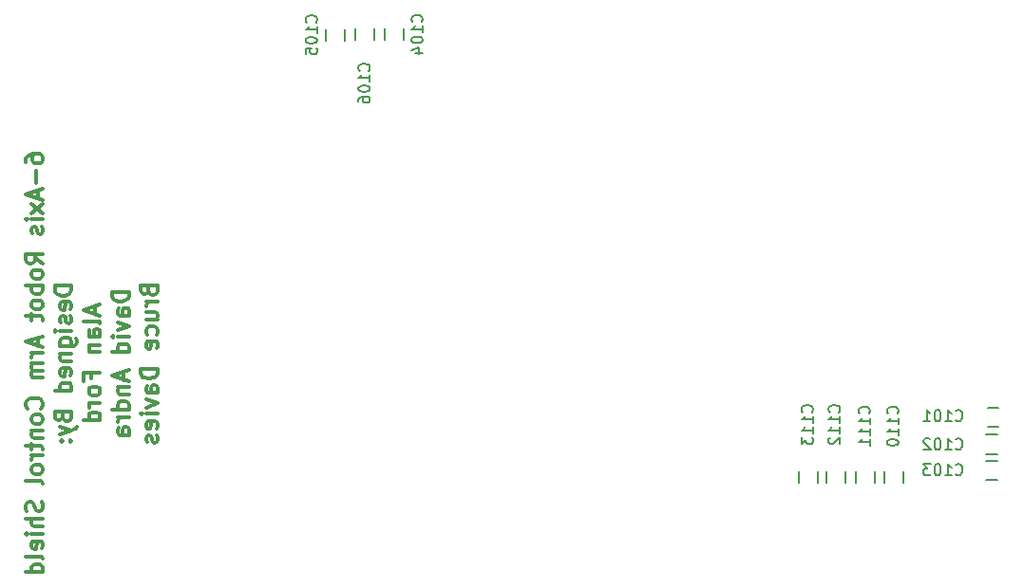
<source format=gbo>
G04 #@! TF.FileFunction,Legend,Bot*
%FSLAX46Y46*%
G04 Gerber Fmt 4.6, Leading zero omitted, Abs format (unit mm)*
G04 Created by KiCad (PCBNEW 4.0.5) date Wednesday, August 30, 2017 'PMt' 12:57:39 PM*
%MOMM*%
%LPD*%
G01*
G04 APERTURE LIST*
%ADD10C,0.100000*%
%ADD11C,0.300000*%
%ADD12C,0.150000*%
%ADD13R,1.900000X1.650000*%
%ADD14R,1.650000X1.900000*%
%ADD15C,1.700000*%
%ADD16R,1.700000X1.700000*%
%ADD17O,1.924000X2.940000*%
%ADD18C,4.337000*%
%ADD19C,1.924000*%
%ADD20O,2.127200X2.432000*%
%ADD21R,2.127200X2.432000*%
%ADD22O,2.940000X2.940000*%
%ADD23R,2.940000X2.940000*%
%ADD24C,4.262000*%
%ADD25R,1.924000X1.924000*%
G04 APERTURE END LIST*
D10*
D11*
X77898571Y-98586001D02*
X77898571Y-98300287D01*
X77970000Y-98157430D01*
X78041429Y-98086001D01*
X78255714Y-97943144D01*
X78541429Y-97871715D01*
X79112857Y-97871715D01*
X79255714Y-97943144D01*
X79327143Y-98014572D01*
X79398571Y-98157430D01*
X79398571Y-98443144D01*
X79327143Y-98586001D01*
X79255714Y-98657430D01*
X79112857Y-98728858D01*
X78755714Y-98728858D01*
X78612857Y-98657430D01*
X78541429Y-98586001D01*
X78470000Y-98443144D01*
X78470000Y-98157430D01*
X78541429Y-98014572D01*
X78612857Y-97943144D01*
X78755714Y-97871715D01*
X78827143Y-99371715D02*
X78827143Y-100514572D01*
X78970000Y-101157429D02*
X78970000Y-101871715D01*
X79398571Y-101014572D02*
X77898571Y-101514572D01*
X79398571Y-102014572D01*
X79398571Y-102371715D02*
X78398571Y-103157429D01*
X78398571Y-102371715D02*
X79398571Y-103157429D01*
X79398571Y-103728858D02*
X78398571Y-103728858D01*
X77898571Y-103728858D02*
X77970000Y-103657429D01*
X78041429Y-103728858D01*
X77970000Y-103800286D01*
X77898571Y-103728858D01*
X78041429Y-103728858D01*
X79327143Y-104371715D02*
X79398571Y-104514572D01*
X79398571Y-104800287D01*
X79327143Y-104943144D01*
X79184286Y-105014572D01*
X79112857Y-105014572D01*
X78970000Y-104943144D01*
X78898571Y-104800287D01*
X78898571Y-104586001D01*
X78827143Y-104443144D01*
X78684286Y-104371715D01*
X78612857Y-104371715D01*
X78470000Y-104443144D01*
X78398571Y-104586001D01*
X78398571Y-104800287D01*
X78470000Y-104943144D01*
X79398571Y-107657430D02*
X78684286Y-107157430D01*
X79398571Y-106800287D02*
X77898571Y-106800287D01*
X77898571Y-107371715D01*
X77970000Y-107514573D01*
X78041429Y-107586001D01*
X78184286Y-107657430D01*
X78398571Y-107657430D01*
X78541429Y-107586001D01*
X78612857Y-107514573D01*
X78684286Y-107371715D01*
X78684286Y-106800287D01*
X79398571Y-108514573D02*
X79327143Y-108371715D01*
X79255714Y-108300287D01*
X79112857Y-108228858D01*
X78684286Y-108228858D01*
X78541429Y-108300287D01*
X78470000Y-108371715D01*
X78398571Y-108514573D01*
X78398571Y-108728858D01*
X78470000Y-108871715D01*
X78541429Y-108943144D01*
X78684286Y-109014573D01*
X79112857Y-109014573D01*
X79255714Y-108943144D01*
X79327143Y-108871715D01*
X79398571Y-108728858D01*
X79398571Y-108514573D01*
X79398571Y-109657430D02*
X77898571Y-109657430D01*
X78470000Y-109657430D02*
X78398571Y-109800287D01*
X78398571Y-110086001D01*
X78470000Y-110228858D01*
X78541429Y-110300287D01*
X78684286Y-110371716D01*
X79112857Y-110371716D01*
X79255714Y-110300287D01*
X79327143Y-110228858D01*
X79398571Y-110086001D01*
X79398571Y-109800287D01*
X79327143Y-109657430D01*
X79398571Y-111228859D02*
X79327143Y-111086001D01*
X79255714Y-111014573D01*
X79112857Y-110943144D01*
X78684286Y-110943144D01*
X78541429Y-111014573D01*
X78470000Y-111086001D01*
X78398571Y-111228859D01*
X78398571Y-111443144D01*
X78470000Y-111586001D01*
X78541429Y-111657430D01*
X78684286Y-111728859D01*
X79112857Y-111728859D01*
X79255714Y-111657430D01*
X79327143Y-111586001D01*
X79398571Y-111443144D01*
X79398571Y-111228859D01*
X78398571Y-112157430D02*
X78398571Y-112728859D01*
X77898571Y-112371716D02*
X79184286Y-112371716D01*
X79327143Y-112443144D01*
X79398571Y-112586002D01*
X79398571Y-112728859D01*
X78970000Y-114300287D02*
X78970000Y-115014573D01*
X79398571Y-114157430D02*
X77898571Y-114657430D01*
X79398571Y-115157430D01*
X79398571Y-115657430D02*
X78398571Y-115657430D01*
X78684286Y-115657430D02*
X78541429Y-115728858D01*
X78470000Y-115800287D01*
X78398571Y-115943144D01*
X78398571Y-116086001D01*
X79398571Y-116586001D02*
X78398571Y-116586001D01*
X78541429Y-116586001D02*
X78470000Y-116657429D01*
X78398571Y-116800287D01*
X78398571Y-117014572D01*
X78470000Y-117157429D01*
X78612857Y-117228858D01*
X79398571Y-117228858D01*
X78612857Y-117228858D02*
X78470000Y-117300287D01*
X78398571Y-117443144D01*
X78398571Y-117657429D01*
X78470000Y-117800287D01*
X78612857Y-117871715D01*
X79398571Y-117871715D01*
X79255714Y-120586001D02*
X79327143Y-120514572D01*
X79398571Y-120300286D01*
X79398571Y-120157429D01*
X79327143Y-119943144D01*
X79184286Y-119800286D01*
X79041429Y-119728858D01*
X78755714Y-119657429D01*
X78541429Y-119657429D01*
X78255714Y-119728858D01*
X78112857Y-119800286D01*
X77970000Y-119943144D01*
X77898571Y-120157429D01*
X77898571Y-120300286D01*
X77970000Y-120514572D01*
X78041429Y-120586001D01*
X79398571Y-121443144D02*
X79327143Y-121300286D01*
X79255714Y-121228858D01*
X79112857Y-121157429D01*
X78684286Y-121157429D01*
X78541429Y-121228858D01*
X78470000Y-121300286D01*
X78398571Y-121443144D01*
X78398571Y-121657429D01*
X78470000Y-121800286D01*
X78541429Y-121871715D01*
X78684286Y-121943144D01*
X79112857Y-121943144D01*
X79255714Y-121871715D01*
X79327143Y-121800286D01*
X79398571Y-121657429D01*
X79398571Y-121443144D01*
X78398571Y-122586001D02*
X79398571Y-122586001D01*
X78541429Y-122586001D02*
X78470000Y-122657429D01*
X78398571Y-122800287D01*
X78398571Y-123014572D01*
X78470000Y-123157429D01*
X78612857Y-123228858D01*
X79398571Y-123228858D01*
X78398571Y-123728858D02*
X78398571Y-124300287D01*
X77898571Y-123943144D02*
X79184286Y-123943144D01*
X79327143Y-124014572D01*
X79398571Y-124157430D01*
X79398571Y-124300287D01*
X79398571Y-124800287D02*
X78398571Y-124800287D01*
X78684286Y-124800287D02*
X78541429Y-124871715D01*
X78470000Y-124943144D01*
X78398571Y-125086001D01*
X78398571Y-125228858D01*
X79398571Y-125943144D02*
X79327143Y-125800286D01*
X79255714Y-125728858D01*
X79112857Y-125657429D01*
X78684286Y-125657429D01*
X78541429Y-125728858D01*
X78470000Y-125800286D01*
X78398571Y-125943144D01*
X78398571Y-126157429D01*
X78470000Y-126300286D01*
X78541429Y-126371715D01*
X78684286Y-126443144D01*
X79112857Y-126443144D01*
X79255714Y-126371715D01*
X79327143Y-126300286D01*
X79398571Y-126157429D01*
X79398571Y-125943144D01*
X79398571Y-127300287D02*
X79327143Y-127157429D01*
X79184286Y-127086001D01*
X77898571Y-127086001D01*
X79327143Y-128943143D02*
X79398571Y-129157429D01*
X79398571Y-129514572D01*
X79327143Y-129657429D01*
X79255714Y-129728858D01*
X79112857Y-129800286D01*
X78970000Y-129800286D01*
X78827143Y-129728858D01*
X78755714Y-129657429D01*
X78684286Y-129514572D01*
X78612857Y-129228858D01*
X78541429Y-129086000D01*
X78470000Y-129014572D01*
X78327143Y-128943143D01*
X78184286Y-128943143D01*
X78041429Y-129014572D01*
X77970000Y-129086000D01*
X77898571Y-129228858D01*
X77898571Y-129586000D01*
X77970000Y-129800286D01*
X79398571Y-130443143D02*
X77898571Y-130443143D01*
X79398571Y-131086000D02*
X78612857Y-131086000D01*
X78470000Y-131014571D01*
X78398571Y-130871714D01*
X78398571Y-130657429D01*
X78470000Y-130514571D01*
X78541429Y-130443143D01*
X79398571Y-131800286D02*
X78398571Y-131800286D01*
X77898571Y-131800286D02*
X77970000Y-131728857D01*
X78041429Y-131800286D01*
X77970000Y-131871714D01*
X77898571Y-131800286D01*
X78041429Y-131800286D01*
X79327143Y-133086000D02*
X79398571Y-132943143D01*
X79398571Y-132657429D01*
X79327143Y-132514572D01*
X79184286Y-132443143D01*
X78612857Y-132443143D01*
X78470000Y-132514572D01*
X78398571Y-132657429D01*
X78398571Y-132943143D01*
X78470000Y-133086000D01*
X78612857Y-133157429D01*
X78755714Y-133157429D01*
X78898571Y-132443143D01*
X79398571Y-134014572D02*
X79327143Y-133871714D01*
X79184286Y-133800286D01*
X77898571Y-133800286D01*
X79398571Y-135228857D02*
X77898571Y-135228857D01*
X79327143Y-135228857D02*
X79398571Y-135086000D01*
X79398571Y-134800286D01*
X79327143Y-134657428D01*
X79255714Y-134586000D01*
X79112857Y-134514571D01*
X78684286Y-134514571D01*
X78541429Y-134586000D01*
X78470000Y-134657428D01*
X78398571Y-134800286D01*
X78398571Y-135086000D01*
X78470000Y-135228857D01*
X81948571Y-109657429D02*
X80448571Y-109657429D01*
X80448571Y-110014572D01*
X80520000Y-110228857D01*
X80662857Y-110371715D01*
X80805714Y-110443143D01*
X81091429Y-110514572D01*
X81305714Y-110514572D01*
X81591429Y-110443143D01*
X81734286Y-110371715D01*
X81877143Y-110228857D01*
X81948571Y-110014572D01*
X81948571Y-109657429D01*
X81877143Y-111728857D02*
X81948571Y-111586000D01*
X81948571Y-111300286D01*
X81877143Y-111157429D01*
X81734286Y-111086000D01*
X81162857Y-111086000D01*
X81020000Y-111157429D01*
X80948571Y-111300286D01*
X80948571Y-111586000D01*
X81020000Y-111728857D01*
X81162857Y-111800286D01*
X81305714Y-111800286D01*
X81448571Y-111086000D01*
X81877143Y-112371714D02*
X81948571Y-112514571D01*
X81948571Y-112800286D01*
X81877143Y-112943143D01*
X81734286Y-113014571D01*
X81662857Y-113014571D01*
X81520000Y-112943143D01*
X81448571Y-112800286D01*
X81448571Y-112586000D01*
X81377143Y-112443143D01*
X81234286Y-112371714D01*
X81162857Y-112371714D01*
X81020000Y-112443143D01*
X80948571Y-112586000D01*
X80948571Y-112800286D01*
X81020000Y-112943143D01*
X81948571Y-113657429D02*
X80948571Y-113657429D01*
X80448571Y-113657429D02*
X80520000Y-113586000D01*
X80591429Y-113657429D01*
X80520000Y-113728857D01*
X80448571Y-113657429D01*
X80591429Y-113657429D01*
X80948571Y-115014572D02*
X82162857Y-115014572D01*
X82305714Y-114943143D01*
X82377143Y-114871715D01*
X82448571Y-114728858D01*
X82448571Y-114514572D01*
X82377143Y-114371715D01*
X81877143Y-115014572D02*
X81948571Y-114871715D01*
X81948571Y-114586001D01*
X81877143Y-114443143D01*
X81805714Y-114371715D01*
X81662857Y-114300286D01*
X81234286Y-114300286D01*
X81091429Y-114371715D01*
X81020000Y-114443143D01*
X80948571Y-114586001D01*
X80948571Y-114871715D01*
X81020000Y-115014572D01*
X80948571Y-115728858D02*
X81948571Y-115728858D01*
X81091429Y-115728858D02*
X81020000Y-115800286D01*
X80948571Y-115943144D01*
X80948571Y-116157429D01*
X81020000Y-116300286D01*
X81162857Y-116371715D01*
X81948571Y-116371715D01*
X81877143Y-117657429D02*
X81948571Y-117514572D01*
X81948571Y-117228858D01*
X81877143Y-117086001D01*
X81734286Y-117014572D01*
X81162857Y-117014572D01*
X81020000Y-117086001D01*
X80948571Y-117228858D01*
X80948571Y-117514572D01*
X81020000Y-117657429D01*
X81162857Y-117728858D01*
X81305714Y-117728858D01*
X81448571Y-117014572D01*
X81948571Y-119014572D02*
X80448571Y-119014572D01*
X81877143Y-119014572D02*
X81948571Y-118871715D01*
X81948571Y-118586001D01*
X81877143Y-118443143D01*
X81805714Y-118371715D01*
X81662857Y-118300286D01*
X81234286Y-118300286D01*
X81091429Y-118371715D01*
X81020000Y-118443143D01*
X80948571Y-118586001D01*
X80948571Y-118871715D01*
X81020000Y-119014572D01*
X81162857Y-121371715D02*
X81234286Y-121586001D01*
X81305714Y-121657429D01*
X81448571Y-121728858D01*
X81662857Y-121728858D01*
X81805714Y-121657429D01*
X81877143Y-121586001D01*
X81948571Y-121443143D01*
X81948571Y-120871715D01*
X80448571Y-120871715D01*
X80448571Y-121371715D01*
X80520000Y-121514572D01*
X80591429Y-121586001D01*
X80734286Y-121657429D01*
X80877143Y-121657429D01*
X81020000Y-121586001D01*
X81091429Y-121514572D01*
X81162857Y-121371715D01*
X81162857Y-120871715D01*
X80948571Y-122228858D02*
X81948571Y-122586001D01*
X80948571Y-122943143D02*
X81948571Y-122586001D01*
X82305714Y-122443143D01*
X82377143Y-122371715D01*
X82448571Y-122228858D01*
X81805714Y-123514572D02*
X81877143Y-123586000D01*
X81948571Y-123514572D01*
X81877143Y-123443143D01*
X81805714Y-123514572D01*
X81948571Y-123514572D01*
X81020000Y-123514572D02*
X81091429Y-123586000D01*
X81162857Y-123514572D01*
X81091429Y-123443143D01*
X81020000Y-123514572D01*
X81162857Y-123514572D01*
X84070000Y-111443143D02*
X84070000Y-112157429D01*
X84498571Y-111300286D02*
X82998571Y-111800286D01*
X84498571Y-112300286D01*
X84498571Y-113014572D02*
X84427143Y-112871714D01*
X84284286Y-112800286D01*
X82998571Y-112800286D01*
X84498571Y-114228857D02*
X83712857Y-114228857D01*
X83570000Y-114157428D01*
X83498571Y-114014571D01*
X83498571Y-113728857D01*
X83570000Y-113586000D01*
X84427143Y-114228857D02*
X84498571Y-114086000D01*
X84498571Y-113728857D01*
X84427143Y-113586000D01*
X84284286Y-113514571D01*
X84141429Y-113514571D01*
X83998571Y-113586000D01*
X83927143Y-113728857D01*
X83927143Y-114086000D01*
X83855714Y-114228857D01*
X83498571Y-114943143D02*
X84498571Y-114943143D01*
X83641429Y-114943143D02*
X83570000Y-115014571D01*
X83498571Y-115157429D01*
X83498571Y-115371714D01*
X83570000Y-115514571D01*
X83712857Y-115586000D01*
X84498571Y-115586000D01*
X83712857Y-117943143D02*
X83712857Y-117443143D01*
X84498571Y-117443143D02*
X82998571Y-117443143D01*
X82998571Y-118157429D01*
X84498571Y-118943143D02*
X84427143Y-118800285D01*
X84355714Y-118728857D01*
X84212857Y-118657428D01*
X83784286Y-118657428D01*
X83641429Y-118728857D01*
X83570000Y-118800285D01*
X83498571Y-118943143D01*
X83498571Y-119157428D01*
X83570000Y-119300285D01*
X83641429Y-119371714D01*
X83784286Y-119443143D01*
X84212857Y-119443143D01*
X84355714Y-119371714D01*
X84427143Y-119300285D01*
X84498571Y-119157428D01*
X84498571Y-118943143D01*
X84498571Y-120086000D02*
X83498571Y-120086000D01*
X83784286Y-120086000D02*
X83641429Y-120157428D01*
X83570000Y-120228857D01*
X83498571Y-120371714D01*
X83498571Y-120514571D01*
X84498571Y-121657428D02*
X82998571Y-121657428D01*
X84427143Y-121657428D02*
X84498571Y-121514571D01*
X84498571Y-121228857D01*
X84427143Y-121085999D01*
X84355714Y-121014571D01*
X84212857Y-120943142D01*
X83784286Y-120943142D01*
X83641429Y-121014571D01*
X83570000Y-121085999D01*
X83498571Y-121228857D01*
X83498571Y-121514571D01*
X83570000Y-121657428D01*
X87048571Y-110193143D02*
X85548571Y-110193143D01*
X85548571Y-110550286D01*
X85620000Y-110764571D01*
X85762857Y-110907429D01*
X85905714Y-110978857D01*
X86191429Y-111050286D01*
X86405714Y-111050286D01*
X86691429Y-110978857D01*
X86834286Y-110907429D01*
X86977143Y-110764571D01*
X87048571Y-110550286D01*
X87048571Y-110193143D01*
X87048571Y-112336000D02*
X86262857Y-112336000D01*
X86120000Y-112264571D01*
X86048571Y-112121714D01*
X86048571Y-111836000D01*
X86120000Y-111693143D01*
X86977143Y-112336000D02*
X87048571Y-112193143D01*
X87048571Y-111836000D01*
X86977143Y-111693143D01*
X86834286Y-111621714D01*
X86691429Y-111621714D01*
X86548571Y-111693143D01*
X86477143Y-111836000D01*
X86477143Y-112193143D01*
X86405714Y-112336000D01*
X86048571Y-112907429D02*
X87048571Y-113264572D01*
X86048571Y-113621714D01*
X87048571Y-114193143D02*
X86048571Y-114193143D01*
X85548571Y-114193143D02*
X85620000Y-114121714D01*
X85691429Y-114193143D01*
X85620000Y-114264571D01*
X85548571Y-114193143D01*
X85691429Y-114193143D01*
X87048571Y-115550286D02*
X85548571Y-115550286D01*
X86977143Y-115550286D02*
X87048571Y-115407429D01*
X87048571Y-115121715D01*
X86977143Y-114978857D01*
X86905714Y-114907429D01*
X86762857Y-114836000D01*
X86334286Y-114836000D01*
X86191429Y-114907429D01*
X86120000Y-114978857D01*
X86048571Y-115121715D01*
X86048571Y-115407429D01*
X86120000Y-115550286D01*
X86620000Y-117336000D02*
X86620000Y-118050286D01*
X87048571Y-117193143D02*
X85548571Y-117693143D01*
X87048571Y-118193143D01*
X86048571Y-118693143D02*
X87048571Y-118693143D01*
X86191429Y-118693143D02*
X86120000Y-118764571D01*
X86048571Y-118907429D01*
X86048571Y-119121714D01*
X86120000Y-119264571D01*
X86262857Y-119336000D01*
X87048571Y-119336000D01*
X87048571Y-120693143D02*
X85548571Y-120693143D01*
X86977143Y-120693143D02*
X87048571Y-120550286D01*
X87048571Y-120264572D01*
X86977143Y-120121714D01*
X86905714Y-120050286D01*
X86762857Y-119978857D01*
X86334286Y-119978857D01*
X86191429Y-120050286D01*
X86120000Y-120121714D01*
X86048571Y-120264572D01*
X86048571Y-120550286D01*
X86120000Y-120693143D01*
X87048571Y-121407429D02*
X86048571Y-121407429D01*
X86334286Y-121407429D02*
X86191429Y-121478857D01*
X86120000Y-121550286D01*
X86048571Y-121693143D01*
X86048571Y-121836000D01*
X87048571Y-122978857D02*
X86262857Y-122978857D01*
X86120000Y-122907428D01*
X86048571Y-122764571D01*
X86048571Y-122478857D01*
X86120000Y-122336000D01*
X86977143Y-122978857D02*
X87048571Y-122836000D01*
X87048571Y-122478857D01*
X86977143Y-122336000D01*
X86834286Y-122264571D01*
X86691429Y-122264571D01*
X86548571Y-122336000D01*
X86477143Y-122478857D01*
X86477143Y-122836000D01*
X86405714Y-122978857D01*
X88812857Y-110086001D02*
X88884286Y-110300287D01*
X88955714Y-110371715D01*
X89098571Y-110443144D01*
X89312857Y-110443144D01*
X89455714Y-110371715D01*
X89527143Y-110300287D01*
X89598571Y-110157429D01*
X89598571Y-109586001D01*
X88098571Y-109586001D01*
X88098571Y-110086001D01*
X88170000Y-110228858D01*
X88241429Y-110300287D01*
X88384286Y-110371715D01*
X88527143Y-110371715D01*
X88670000Y-110300287D01*
X88741429Y-110228858D01*
X88812857Y-110086001D01*
X88812857Y-109586001D01*
X89598571Y-111086001D02*
X88598571Y-111086001D01*
X88884286Y-111086001D02*
X88741429Y-111157429D01*
X88670000Y-111228858D01*
X88598571Y-111371715D01*
X88598571Y-111514572D01*
X88598571Y-112657429D02*
X89598571Y-112657429D01*
X88598571Y-112014572D02*
X89384286Y-112014572D01*
X89527143Y-112086000D01*
X89598571Y-112228858D01*
X89598571Y-112443143D01*
X89527143Y-112586000D01*
X89455714Y-112657429D01*
X89527143Y-114014572D02*
X89598571Y-113871715D01*
X89598571Y-113586001D01*
X89527143Y-113443143D01*
X89455714Y-113371715D01*
X89312857Y-113300286D01*
X88884286Y-113300286D01*
X88741429Y-113371715D01*
X88670000Y-113443143D01*
X88598571Y-113586001D01*
X88598571Y-113871715D01*
X88670000Y-114014572D01*
X89527143Y-115228857D02*
X89598571Y-115086000D01*
X89598571Y-114800286D01*
X89527143Y-114657429D01*
X89384286Y-114586000D01*
X88812857Y-114586000D01*
X88670000Y-114657429D01*
X88598571Y-114800286D01*
X88598571Y-115086000D01*
X88670000Y-115228857D01*
X88812857Y-115300286D01*
X88955714Y-115300286D01*
X89098571Y-114586000D01*
X89598571Y-117086000D02*
X88098571Y-117086000D01*
X88098571Y-117443143D01*
X88170000Y-117657428D01*
X88312857Y-117800286D01*
X88455714Y-117871714D01*
X88741429Y-117943143D01*
X88955714Y-117943143D01*
X89241429Y-117871714D01*
X89384286Y-117800286D01*
X89527143Y-117657428D01*
X89598571Y-117443143D01*
X89598571Y-117086000D01*
X89598571Y-119228857D02*
X88812857Y-119228857D01*
X88670000Y-119157428D01*
X88598571Y-119014571D01*
X88598571Y-118728857D01*
X88670000Y-118586000D01*
X89527143Y-119228857D02*
X89598571Y-119086000D01*
X89598571Y-118728857D01*
X89527143Y-118586000D01*
X89384286Y-118514571D01*
X89241429Y-118514571D01*
X89098571Y-118586000D01*
X89027143Y-118728857D01*
X89027143Y-119086000D01*
X88955714Y-119228857D01*
X88598571Y-119800286D02*
X89598571Y-120157429D01*
X88598571Y-120514571D01*
X89598571Y-121086000D02*
X88598571Y-121086000D01*
X88098571Y-121086000D02*
X88170000Y-121014571D01*
X88241429Y-121086000D01*
X88170000Y-121157428D01*
X88098571Y-121086000D01*
X88241429Y-121086000D01*
X89527143Y-122371714D02*
X89598571Y-122228857D01*
X89598571Y-121943143D01*
X89527143Y-121800286D01*
X89384286Y-121728857D01*
X88812857Y-121728857D01*
X88670000Y-121800286D01*
X88598571Y-121943143D01*
X88598571Y-122228857D01*
X88670000Y-122371714D01*
X88812857Y-122443143D01*
X88955714Y-122443143D01*
X89098571Y-121728857D01*
X89527143Y-123014571D02*
X89598571Y-123157428D01*
X89598571Y-123443143D01*
X89527143Y-123586000D01*
X89384286Y-123657428D01*
X89312857Y-123657428D01*
X89170000Y-123586000D01*
X89098571Y-123443143D01*
X89098571Y-123228857D01*
X89027143Y-123086000D01*
X88884286Y-123014571D01*
X88812857Y-123014571D01*
X88670000Y-123086000D01*
X88598571Y-123228857D01*
X88598571Y-123443143D01*
X88670000Y-123586000D01*
D12*
X163600000Y-120550000D02*
X164600000Y-120550000D01*
X164600000Y-122250000D02*
X163600000Y-122250000D01*
X163500000Y-122950000D02*
X164500000Y-122950000D01*
X164500000Y-124650000D02*
X163500000Y-124650000D01*
X163500000Y-125250000D02*
X164500000Y-125250000D01*
X164500000Y-126950000D02*
X163500000Y-126950000D01*
X111550000Y-86700000D02*
X111550000Y-87700000D01*
X109850000Y-87700000D02*
X109850000Y-86700000D01*
X106350000Y-86750000D02*
X106350000Y-87750000D01*
X104650000Y-87750000D02*
X104650000Y-86750000D01*
X108900000Y-86650000D02*
X108900000Y-87650000D01*
X107200000Y-87650000D02*
X107200000Y-86650000D01*
X156100000Y-126200000D02*
X156100000Y-127200000D01*
X154400000Y-127200000D02*
X154400000Y-126200000D01*
X153550000Y-126200000D02*
X153550000Y-127200000D01*
X151850000Y-127200000D02*
X151850000Y-126200000D01*
X150900000Y-126200000D02*
X150900000Y-127200000D01*
X149200000Y-127200000D02*
X149200000Y-126200000D01*
X148450000Y-126250000D02*
X148450000Y-127250000D01*
X146750000Y-127250000D02*
X146750000Y-126250000D01*
X160758047Y-121642143D02*
X160805666Y-121689762D01*
X160948523Y-121737381D01*
X161043761Y-121737381D01*
X161186619Y-121689762D01*
X161281857Y-121594524D01*
X161329476Y-121499286D01*
X161377095Y-121308810D01*
X161377095Y-121165952D01*
X161329476Y-120975476D01*
X161281857Y-120880238D01*
X161186619Y-120785000D01*
X161043761Y-120737381D01*
X160948523Y-120737381D01*
X160805666Y-120785000D01*
X160758047Y-120832619D01*
X159805666Y-121737381D02*
X160377095Y-121737381D01*
X160091381Y-121737381D02*
X160091381Y-120737381D01*
X160186619Y-120880238D01*
X160281857Y-120975476D01*
X160377095Y-121023095D01*
X159186619Y-120737381D02*
X159091380Y-120737381D01*
X158996142Y-120785000D01*
X158948523Y-120832619D01*
X158900904Y-120927857D01*
X158853285Y-121118333D01*
X158853285Y-121356429D01*
X158900904Y-121546905D01*
X158948523Y-121642143D01*
X158996142Y-121689762D01*
X159091380Y-121737381D01*
X159186619Y-121737381D01*
X159281857Y-121689762D01*
X159329476Y-121642143D01*
X159377095Y-121546905D01*
X159424714Y-121356429D01*
X159424714Y-121118333D01*
X159377095Y-120927857D01*
X159329476Y-120832619D01*
X159281857Y-120785000D01*
X159186619Y-120737381D01*
X157900904Y-121737381D02*
X158472333Y-121737381D01*
X158186619Y-121737381D02*
X158186619Y-120737381D01*
X158281857Y-120880238D01*
X158377095Y-120975476D01*
X158472333Y-121023095D01*
X160758047Y-124182143D02*
X160805666Y-124229762D01*
X160948523Y-124277381D01*
X161043761Y-124277381D01*
X161186619Y-124229762D01*
X161281857Y-124134524D01*
X161329476Y-124039286D01*
X161377095Y-123848810D01*
X161377095Y-123705952D01*
X161329476Y-123515476D01*
X161281857Y-123420238D01*
X161186619Y-123325000D01*
X161043761Y-123277381D01*
X160948523Y-123277381D01*
X160805666Y-123325000D01*
X160758047Y-123372619D01*
X159805666Y-124277381D02*
X160377095Y-124277381D01*
X160091381Y-124277381D02*
X160091381Y-123277381D01*
X160186619Y-123420238D01*
X160281857Y-123515476D01*
X160377095Y-123563095D01*
X159186619Y-123277381D02*
X159091380Y-123277381D01*
X158996142Y-123325000D01*
X158948523Y-123372619D01*
X158900904Y-123467857D01*
X158853285Y-123658333D01*
X158853285Y-123896429D01*
X158900904Y-124086905D01*
X158948523Y-124182143D01*
X158996142Y-124229762D01*
X159091380Y-124277381D01*
X159186619Y-124277381D01*
X159281857Y-124229762D01*
X159329476Y-124182143D01*
X159377095Y-124086905D01*
X159424714Y-123896429D01*
X159424714Y-123658333D01*
X159377095Y-123467857D01*
X159329476Y-123372619D01*
X159281857Y-123325000D01*
X159186619Y-123277381D01*
X158472333Y-123372619D02*
X158424714Y-123325000D01*
X158329476Y-123277381D01*
X158091380Y-123277381D01*
X157996142Y-123325000D01*
X157948523Y-123372619D01*
X157900904Y-123467857D01*
X157900904Y-123563095D01*
X157948523Y-123705952D01*
X158519952Y-124277381D01*
X157900904Y-124277381D01*
X160758047Y-126468143D02*
X160805666Y-126515762D01*
X160948523Y-126563381D01*
X161043761Y-126563381D01*
X161186619Y-126515762D01*
X161281857Y-126420524D01*
X161329476Y-126325286D01*
X161377095Y-126134810D01*
X161377095Y-125991952D01*
X161329476Y-125801476D01*
X161281857Y-125706238D01*
X161186619Y-125611000D01*
X161043761Y-125563381D01*
X160948523Y-125563381D01*
X160805666Y-125611000D01*
X160758047Y-125658619D01*
X159805666Y-126563381D02*
X160377095Y-126563381D01*
X160091381Y-126563381D02*
X160091381Y-125563381D01*
X160186619Y-125706238D01*
X160281857Y-125801476D01*
X160377095Y-125849095D01*
X159186619Y-125563381D02*
X159091380Y-125563381D01*
X158996142Y-125611000D01*
X158948523Y-125658619D01*
X158900904Y-125753857D01*
X158853285Y-125944333D01*
X158853285Y-126182429D01*
X158900904Y-126372905D01*
X158948523Y-126468143D01*
X158996142Y-126515762D01*
X159091380Y-126563381D01*
X159186619Y-126563381D01*
X159281857Y-126515762D01*
X159329476Y-126468143D01*
X159377095Y-126372905D01*
X159424714Y-126182429D01*
X159424714Y-125944333D01*
X159377095Y-125753857D01*
X159329476Y-125658619D01*
X159281857Y-125611000D01*
X159186619Y-125563381D01*
X158519952Y-125563381D02*
X157900904Y-125563381D01*
X158234238Y-125944333D01*
X158091380Y-125944333D01*
X157996142Y-125991952D01*
X157948523Y-126039571D01*
X157900904Y-126134810D01*
X157900904Y-126372905D01*
X157948523Y-126468143D01*
X157996142Y-126515762D01*
X158091380Y-126563381D01*
X158377095Y-126563381D01*
X158472333Y-126515762D01*
X158519952Y-126468143D01*
X113157143Y-86080953D02*
X113204762Y-86033334D01*
X113252381Y-85890477D01*
X113252381Y-85795239D01*
X113204762Y-85652381D01*
X113109524Y-85557143D01*
X113014286Y-85509524D01*
X112823810Y-85461905D01*
X112680952Y-85461905D01*
X112490476Y-85509524D01*
X112395238Y-85557143D01*
X112300000Y-85652381D01*
X112252381Y-85795239D01*
X112252381Y-85890477D01*
X112300000Y-86033334D01*
X112347619Y-86080953D01*
X113252381Y-87033334D02*
X113252381Y-86461905D01*
X113252381Y-86747619D02*
X112252381Y-86747619D01*
X112395238Y-86652381D01*
X112490476Y-86557143D01*
X112538095Y-86461905D01*
X112252381Y-87652381D02*
X112252381Y-87747620D01*
X112300000Y-87842858D01*
X112347619Y-87890477D01*
X112442857Y-87938096D01*
X112633333Y-87985715D01*
X112871429Y-87985715D01*
X113061905Y-87938096D01*
X113157143Y-87890477D01*
X113204762Y-87842858D01*
X113252381Y-87747620D01*
X113252381Y-87652381D01*
X113204762Y-87557143D01*
X113157143Y-87509524D01*
X113061905Y-87461905D01*
X112871429Y-87414286D01*
X112633333Y-87414286D01*
X112442857Y-87461905D01*
X112347619Y-87509524D01*
X112300000Y-87557143D01*
X112252381Y-87652381D01*
X112585714Y-88842858D02*
X113252381Y-88842858D01*
X112204762Y-88604762D02*
X112919048Y-88366667D01*
X112919048Y-88985715D01*
X103735143Y-86129953D02*
X103782762Y-86082334D01*
X103830381Y-85939477D01*
X103830381Y-85844239D01*
X103782762Y-85701381D01*
X103687524Y-85606143D01*
X103592286Y-85558524D01*
X103401810Y-85510905D01*
X103258952Y-85510905D01*
X103068476Y-85558524D01*
X102973238Y-85606143D01*
X102878000Y-85701381D01*
X102830381Y-85844239D01*
X102830381Y-85939477D01*
X102878000Y-86082334D01*
X102925619Y-86129953D01*
X103830381Y-87082334D02*
X103830381Y-86510905D01*
X103830381Y-86796619D02*
X102830381Y-86796619D01*
X102973238Y-86701381D01*
X103068476Y-86606143D01*
X103116095Y-86510905D01*
X102830381Y-87701381D02*
X102830381Y-87796620D01*
X102878000Y-87891858D01*
X102925619Y-87939477D01*
X103020857Y-87987096D01*
X103211333Y-88034715D01*
X103449429Y-88034715D01*
X103639905Y-87987096D01*
X103735143Y-87939477D01*
X103782762Y-87891858D01*
X103830381Y-87796620D01*
X103830381Y-87701381D01*
X103782762Y-87606143D01*
X103735143Y-87558524D01*
X103639905Y-87510905D01*
X103449429Y-87463286D01*
X103211333Y-87463286D01*
X103020857Y-87510905D01*
X102925619Y-87558524D01*
X102878000Y-87606143D01*
X102830381Y-87701381D01*
X102830381Y-88939477D02*
X102830381Y-88463286D01*
X103306571Y-88415667D01*
X103258952Y-88463286D01*
X103211333Y-88558524D01*
X103211333Y-88796620D01*
X103258952Y-88891858D01*
X103306571Y-88939477D01*
X103401810Y-88987096D01*
X103639905Y-88987096D01*
X103735143Y-88939477D01*
X103782762Y-88891858D01*
X103830381Y-88796620D01*
X103830381Y-88558524D01*
X103782762Y-88463286D01*
X103735143Y-88415667D01*
X108434143Y-90447953D02*
X108481762Y-90400334D01*
X108529381Y-90257477D01*
X108529381Y-90162239D01*
X108481762Y-90019381D01*
X108386524Y-89924143D01*
X108291286Y-89876524D01*
X108100810Y-89828905D01*
X107957952Y-89828905D01*
X107767476Y-89876524D01*
X107672238Y-89924143D01*
X107577000Y-90019381D01*
X107529381Y-90162239D01*
X107529381Y-90257477D01*
X107577000Y-90400334D01*
X107624619Y-90447953D01*
X108529381Y-91400334D02*
X108529381Y-90828905D01*
X108529381Y-91114619D02*
X107529381Y-91114619D01*
X107672238Y-91019381D01*
X107767476Y-90924143D01*
X107815095Y-90828905D01*
X107529381Y-92019381D02*
X107529381Y-92114620D01*
X107577000Y-92209858D01*
X107624619Y-92257477D01*
X107719857Y-92305096D01*
X107910333Y-92352715D01*
X108148429Y-92352715D01*
X108338905Y-92305096D01*
X108434143Y-92257477D01*
X108481762Y-92209858D01*
X108529381Y-92114620D01*
X108529381Y-92019381D01*
X108481762Y-91924143D01*
X108434143Y-91876524D01*
X108338905Y-91828905D01*
X108148429Y-91781286D01*
X107910333Y-91781286D01*
X107719857Y-91828905D01*
X107624619Y-91876524D01*
X107577000Y-91924143D01*
X107529381Y-92019381D01*
X107529381Y-93209858D02*
X107529381Y-93019381D01*
X107577000Y-92924143D01*
X107624619Y-92876524D01*
X107767476Y-92781286D01*
X107957952Y-92733667D01*
X108338905Y-92733667D01*
X108434143Y-92781286D01*
X108481762Y-92828905D01*
X108529381Y-92924143D01*
X108529381Y-93114620D01*
X108481762Y-93209858D01*
X108434143Y-93257477D01*
X108338905Y-93305096D01*
X108100810Y-93305096D01*
X108005571Y-93257477D01*
X107957952Y-93209858D01*
X107910333Y-93114620D01*
X107910333Y-92924143D01*
X107957952Y-92828905D01*
X108005571Y-92781286D01*
X108100810Y-92733667D01*
X155551143Y-121054953D02*
X155598762Y-121007334D01*
X155646381Y-120864477D01*
X155646381Y-120769239D01*
X155598762Y-120626381D01*
X155503524Y-120531143D01*
X155408286Y-120483524D01*
X155217810Y-120435905D01*
X155074952Y-120435905D01*
X154884476Y-120483524D01*
X154789238Y-120531143D01*
X154694000Y-120626381D01*
X154646381Y-120769239D01*
X154646381Y-120864477D01*
X154694000Y-121007334D01*
X154741619Y-121054953D01*
X155646381Y-122007334D02*
X155646381Y-121435905D01*
X155646381Y-121721619D02*
X154646381Y-121721619D01*
X154789238Y-121626381D01*
X154884476Y-121531143D01*
X154932095Y-121435905D01*
X155646381Y-122959715D02*
X155646381Y-122388286D01*
X155646381Y-122674000D02*
X154646381Y-122674000D01*
X154789238Y-122578762D01*
X154884476Y-122483524D01*
X154932095Y-122388286D01*
X154646381Y-123578762D02*
X154646381Y-123674001D01*
X154694000Y-123769239D01*
X154741619Y-123816858D01*
X154836857Y-123864477D01*
X155027333Y-123912096D01*
X155265429Y-123912096D01*
X155455905Y-123864477D01*
X155551143Y-123816858D01*
X155598762Y-123769239D01*
X155646381Y-123674001D01*
X155646381Y-123578762D01*
X155598762Y-123483524D01*
X155551143Y-123435905D01*
X155455905Y-123388286D01*
X155265429Y-123340667D01*
X155027333Y-123340667D01*
X154836857Y-123388286D01*
X154741619Y-123435905D01*
X154694000Y-123483524D01*
X154646381Y-123578762D01*
X153011143Y-121054953D02*
X153058762Y-121007334D01*
X153106381Y-120864477D01*
X153106381Y-120769239D01*
X153058762Y-120626381D01*
X152963524Y-120531143D01*
X152868286Y-120483524D01*
X152677810Y-120435905D01*
X152534952Y-120435905D01*
X152344476Y-120483524D01*
X152249238Y-120531143D01*
X152154000Y-120626381D01*
X152106381Y-120769239D01*
X152106381Y-120864477D01*
X152154000Y-121007334D01*
X152201619Y-121054953D01*
X153106381Y-122007334D02*
X153106381Y-121435905D01*
X153106381Y-121721619D02*
X152106381Y-121721619D01*
X152249238Y-121626381D01*
X152344476Y-121531143D01*
X152392095Y-121435905D01*
X153106381Y-122959715D02*
X153106381Y-122388286D01*
X153106381Y-122674000D02*
X152106381Y-122674000D01*
X152249238Y-122578762D01*
X152344476Y-122483524D01*
X152392095Y-122388286D01*
X153106381Y-123912096D02*
X153106381Y-123340667D01*
X153106381Y-123626381D02*
X152106381Y-123626381D01*
X152249238Y-123531143D01*
X152344476Y-123435905D01*
X152392095Y-123340667D01*
X150344143Y-120927953D02*
X150391762Y-120880334D01*
X150439381Y-120737477D01*
X150439381Y-120642239D01*
X150391762Y-120499381D01*
X150296524Y-120404143D01*
X150201286Y-120356524D01*
X150010810Y-120308905D01*
X149867952Y-120308905D01*
X149677476Y-120356524D01*
X149582238Y-120404143D01*
X149487000Y-120499381D01*
X149439381Y-120642239D01*
X149439381Y-120737477D01*
X149487000Y-120880334D01*
X149534619Y-120927953D01*
X150439381Y-121880334D02*
X150439381Y-121308905D01*
X150439381Y-121594619D02*
X149439381Y-121594619D01*
X149582238Y-121499381D01*
X149677476Y-121404143D01*
X149725095Y-121308905D01*
X150439381Y-122832715D02*
X150439381Y-122261286D01*
X150439381Y-122547000D02*
X149439381Y-122547000D01*
X149582238Y-122451762D01*
X149677476Y-122356524D01*
X149725095Y-122261286D01*
X149534619Y-123213667D02*
X149487000Y-123261286D01*
X149439381Y-123356524D01*
X149439381Y-123594620D01*
X149487000Y-123689858D01*
X149534619Y-123737477D01*
X149629857Y-123785096D01*
X149725095Y-123785096D01*
X149867952Y-123737477D01*
X150439381Y-123166048D01*
X150439381Y-123785096D01*
X147931143Y-120927953D02*
X147978762Y-120880334D01*
X148026381Y-120737477D01*
X148026381Y-120642239D01*
X147978762Y-120499381D01*
X147883524Y-120404143D01*
X147788286Y-120356524D01*
X147597810Y-120308905D01*
X147454952Y-120308905D01*
X147264476Y-120356524D01*
X147169238Y-120404143D01*
X147074000Y-120499381D01*
X147026381Y-120642239D01*
X147026381Y-120737477D01*
X147074000Y-120880334D01*
X147121619Y-120927953D01*
X148026381Y-121880334D02*
X148026381Y-121308905D01*
X148026381Y-121594619D02*
X147026381Y-121594619D01*
X147169238Y-121499381D01*
X147264476Y-121404143D01*
X147312095Y-121308905D01*
X148026381Y-122832715D02*
X148026381Y-122261286D01*
X148026381Y-122547000D02*
X147026381Y-122547000D01*
X147169238Y-122451762D01*
X147264476Y-122356524D01*
X147312095Y-122261286D01*
X147026381Y-123166048D02*
X147026381Y-123785096D01*
X147407333Y-123451762D01*
X147407333Y-123594620D01*
X147454952Y-123689858D01*
X147502571Y-123737477D01*
X147597810Y-123785096D01*
X147835905Y-123785096D01*
X147931143Y-123737477D01*
X147978762Y-123689858D01*
X148026381Y-123594620D01*
X148026381Y-123308905D01*
X147978762Y-123213667D01*
X147931143Y-123166048D01*
%LPC*%
D13*
X165350000Y-121400000D03*
X162850000Y-121400000D03*
X165250000Y-123800000D03*
X162750000Y-123800000D03*
X165250000Y-126100000D03*
X162750000Y-126100000D03*
D14*
X110700000Y-88450000D03*
X110700000Y-85950000D03*
X105500000Y-88500000D03*
X105500000Y-86000000D03*
X108050000Y-88400000D03*
X108050000Y-85900000D03*
D15*
X120850000Y-99800000D03*
D16*
X118350000Y-99800000D03*
D15*
X149050000Y-97900000D03*
D16*
X146550000Y-97900000D03*
D15*
X97650000Y-101700000D03*
D16*
X95150000Y-101700000D03*
D17*
X142530000Y-83119200D03*
X145070000Y-83119200D03*
X147610000Y-83119200D03*
X150150000Y-83119200D03*
X152690000Y-83119200D03*
X155230000Y-83119200D03*
X157770000Y-83119200D03*
X160310000Y-83119200D03*
X165390000Y-131379200D03*
X162850000Y-131379200D03*
X160310000Y-131379200D03*
X157770000Y-131379200D03*
X147610000Y-131379200D03*
X142530000Y-131379200D03*
X139990000Y-131379200D03*
X150150000Y-131379200D03*
X152690000Y-131379200D03*
X155230000Y-131379200D03*
X137450000Y-131379200D03*
X134910000Y-131379200D03*
X132370000Y-131379200D03*
X124750000Y-131379200D03*
X127290000Y-131379200D03*
X129830000Y-131379200D03*
X119670000Y-131379200D03*
X117130000Y-131379200D03*
X114590000Y-131379200D03*
X109510000Y-131379200D03*
X106970000Y-131379200D03*
X137450000Y-83119200D03*
X134910000Y-83119200D03*
X132370000Y-83119200D03*
X129830000Y-83119200D03*
X127290000Y-83119200D03*
X124750000Y-83119200D03*
X122210000Y-83119200D03*
X119670000Y-83119200D03*
X115606000Y-83119200D03*
X113066000Y-83119200D03*
X110526000Y-83119200D03*
X107986000Y-83119200D03*
X105446000Y-83119200D03*
X102906000Y-83119200D03*
X100366000Y-83119200D03*
X97826000Y-83119200D03*
X112050000Y-131379200D03*
D18*
X170470000Y-131379200D03*
X164120000Y-83119200D03*
X89190000Y-83119200D03*
X87920000Y-131379200D03*
D19*
X167930000Y-85659200D03*
X170470000Y-85659200D03*
X167930000Y-88199200D03*
X170470000Y-88199200D03*
X167930000Y-90739200D03*
X170470000Y-90739200D03*
X167930000Y-93279200D03*
X170470000Y-93279200D03*
X167930000Y-83119200D03*
X170470000Y-83119200D03*
X170470000Y-95819200D03*
X167930000Y-95819200D03*
X167930000Y-98359200D03*
X170470000Y-98359200D03*
X167930000Y-100899200D03*
X170470000Y-100899200D03*
X167930000Y-103439200D03*
X170470000Y-103439200D03*
X167930000Y-105979200D03*
X170470000Y-105979200D03*
X167930000Y-108519200D03*
X170470000Y-108519200D03*
X167930000Y-111059200D03*
X170470000Y-111059200D03*
X167930000Y-113599200D03*
X170470000Y-113599200D03*
X167930000Y-116139200D03*
X170470000Y-116139200D03*
X167930000Y-118679200D03*
X170470000Y-118679200D03*
X167930000Y-121219200D03*
X170470000Y-121219200D03*
X167930000Y-123759200D03*
X170470000Y-123759200D03*
X167930000Y-126299200D03*
X170470000Y-126299200D03*
D20*
X162540000Y-91700000D03*
X160000000Y-91700000D03*
X157460000Y-91700000D03*
X154920000Y-91700000D03*
X152380000Y-91700000D03*
X149840000Y-91700000D03*
X147300000Y-91700000D03*
X144760000Y-91700000D03*
D21*
X144760000Y-104400000D03*
D20*
X147300000Y-104400000D03*
X149840000Y-104400000D03*
X152380000Y-104400000D03*
X154920000Y-104400000D03*
X157460000Y-104400000D03*
X160000000Y-104400000D03*
X162540000Y-104400000D03*
X133940000Y-93500000D03*
X131400000Y-93500000D03*
X128860000Y-93500000D03*
X126320000Y-93500000D03*
X123780000Y-93500000D03*
X121240000Y-93500000D03*
X118700000Y-93500000D03*
X116160000Y-93500000D03*
D21*
X116160000Y-106200000D03*
D20*
X118700000Y-106200000D03*
X121240000Y-106200000D03*
X123780000Y-106200000D03*
X126320000Y-106200000D03*
X128860000Y-106200000D03*
X131400000Y-106200000D03*
X133940000Y-106200000D03*
X110540000Y-95350000D03*
X108000000Y-95350000D03*
X105460000Y-95350000D03*
X102920000Y-95350000D03*
X100380000Y-95350000D03*
X97840000Y-95350000D03*
X95300000Y-95350000D03*
X92760000Y-95350000D03*
D21*
X92760000Y-108050000D03*
D20*
X95300000Y-108050000D03*
X97840000Y-108050000D03*
X100380000Y-108050000D03*
X102920000Y-108050000D03*
X105460000Y-108050000D03*
X108000000Y-108050000D03*
X110540000Y-108050000D03*
D14*
X155250000Y-127950000D03*
X155250000Y-125450000D03*
X152700000Y-127950000D03*
X152700000Y-125450000D03*
X150050000Y-127950000D03*
X150050000Y-125450000D03*
X147600000Y-128000000D03*
X147600000Y-125500000D03*
D22*
X178900000Y-87970000D03*
X178900000Y-93050000D03*
X178900000Y-98130000D03*
X178900000Y-103210000D03*
X178900000Y-108290000D03*
X178900000Y-113370000D03*
D23*
X178900000Y-123530000D03*
D22*
X178900000Y-118450000D03*
X130810000Y-144018000D03*
X125730000Y-144018000D03*
X120650000Y-144018000D03*
X115570000Y-144018000D03*
X110490000Y-144018000D03*
X105410000Y-144018000D03*
D23*
X95250000Y-144018000D03*
D22*
X100330000Y-144018000D03*
D19*
X155570000Y-109490000D03*
X153030000Y-109490000D03*
X150490000Y-109490000D03*
X158110000Y-109490000D03*
X153030000Y-117110000D03*
X123720000Y-111390000D03*
X121180000Y-111390000D03*
X118640000Y-111390000D03*
X126260000Y-111390000D03*
X121180000Y-119010000D03*
X99520000Y-113340000D03*
X96980000Y-113340000D03*
X94440000Y-113340000D03*
X102060000Y-113340000D03*
X96980000Y-120960000D03*
D23*
X80010000Y-144780000D03*
D22*
X85090000Y-144780000D03*
D23*
X133604000Y-70104000D03*
D22*
X128524000Y-70104000D03*
D24*
X175664000Y-75946000D03*
X142344000Y-75946000D03*
D25*
X149414000Y-77366000D03*
D19*
X152154000Y-77366000D03*
X154894000Y-77366000D03*
X157634000Y-77366000D03*
X160374000Y-77366000D03*
X163114000Y-77366000D03*
X165854000Y-77366000D03*
X168594000Y-77366000D03*
X150784000Y-74526000D03*
X153524000Y-74526000D03*
X156264000Y-74526000D03*
X159004000Y-74526000D03*
X161744000Y-74526000D03*
X164484000Y-74526000D03*
X167224000Y-74526000D03*
D24*
X142205000Y-138800000D03*
X167195000Y-138800000D03*
D25*
X160180000Y-137380000D03*
D19*
X157440000Y-137380000D03*
X154700000Y-137380000D03*
X151960000Y-137380000D03*
X149220000Y-137380000D03*
X158810000Y-140220000D03*
X156070000Y-140220000D03*
X153330000Y-140220000D03*
X150590000Y-140220000D03*
D24*
X119175000Y-75946000D03*
X94185000Y-75946000D03*
D25*
X112160000Y-77366000D03*
D19*
X109420000Y-77366000D03*
X106680000Y-77366000D03*
X103940000Y-77366000D03*
X101200000Y-77366000D03*
X102570000Y-74526000D03*
X105310000Y-74526000D03*
X108050000Y-74526000D03*
X110790000Y-74526000D03*
M02*

</source>
